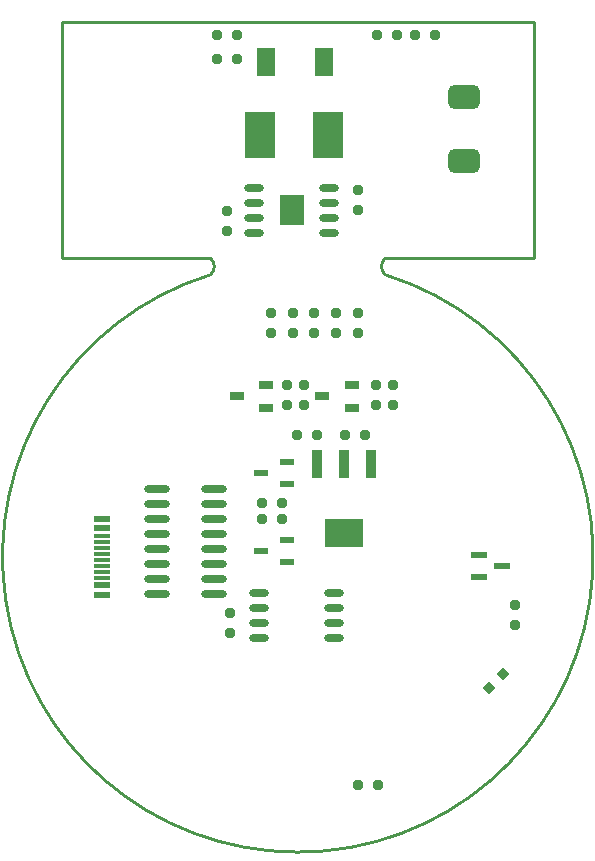
<source format=gtp>
G04*
G04 #@! TF.GenerationSoftware,Altium Limited,Altium Designer,20.0.1 (14)*
G04*
G04 Layer_Color=8421504*
%FSLAX25Y25*%
%MOIN*%
G70*
G01*
G75*
%ADD15C,0.01000*%
G04:AMPARAMS|DCode=17|XSize=31.5mil|YSize=32.01mil|CornerRadius=7.87mil|HoleSize=0mil|Usage=FLASHONLY|Rotation=0.000|XOffset=0mil|YOffset=0mil|HoleType=Round|Shape=RoundedRectangle|*
%AMROUNDEDRECTD17*
21,1,0.03150,0.01626,0,0,0.0*
21,1,0.01575,0.03201,0,0,0.0*
1,1,0.01575,0.00787,-0.00813*
1,1,0.01575,-0.00787,-0.00813*
1,1,0.01575,-0.00787,0.00813*
1,1,0.01575,0.00787,0.00813*
%
%ADD17ROUNDEDRECTD17*%
%ADD18R,0.06496X0.09449*%
%ADD19R,0.09843X0.15748*%
G04:AMPARAMS|DCode=20|XSize=31.5mil|YSize=32.01mil|CornerRadius=7.87mil|HoleSize=0mil|Usage=FLASHONLY|Rotation=225.000|XOffset=0mil|YOffset=0mil|HoleType=Round|Shape=RoundedRectangle|*
%AMROUNDEDRECTD20*
21,1,0.03150,0.01626,0,0,225.0*
21,1,0.01575,0.03201,0,0,225.0*
1,1,0.01575,-0.01132,0.00018*
1,1,0.01575,-0.00018,0.01132*
1,1,0.01575,0.01132,-0.00018*
1,1,0.01575,0.00018,-0.01132*
%
%ADD20ROUNDEDRECTD20*%
%ADD21R,0.12992X0.09449*%
%ADD22R,0.03740X0.09449*%
G04:AMPARAMS|DCode=23|XSize=31.5mil|YSize=32.01mil|CornerRadius=7.87mil|HoleSize=0mil|Usage=FLASHONLY|Rotation=90.000|XOffset=0mil|YOffset=0mil|HoleType=Round|Shape=RoundedRectangle|*
%AMROUNDEDRECTD23*
21,1,0.03150,0.01626,0,0,90.0*
21,1,0.01575,0.03201,0,0,90.0*
1,1,0.01575,0.00813,0.00787*
1,1,0.01575,0.00813,-0.00787*
1,1,0.01575,-0.00813,-0.00787*
1,1,0.01575,-0.00813,0.00787*
%
%ADD23ROUNDEDRECTD23*%
%ADD24O,0.06693X0.02362*%
%ADD25R,0.04528X0.02362*%
%ADD26R,0.05512X0.01181*%
%ADD27R,0.05512X0.02362*%
%ADD28R,0.04921X0.02756*%
%ADD29R,0.07874X0.09843*%
G04:AMPARAMS|DCode=30|XSize=106.3mil|YSize=78.74mil|CornerRadius=19.68mil|HoleSize=0mil|Usage=FLASHONLY|Rotation=180.000|XOffset=0mil|YOffset=0mil|HoleType=Round|Shape=RoundedRectangle|*
%AMROUNDEDRECTD30*
21,1,0.10630,0.03937,0,0,180.0*
21,1,0.06693,0.07874,0,0,180.0*
1,1,0.03937,-0.03347,0.01968*
1,1,0.03937,0.03347,0.01968*
1,1,0.03937,0.03347,-0.01968*
1,1,0.03937,-0.03347,-0.01968*
%
%ADD30ROUNDEDRECTD30*%
%ADD31O,0.08661X0.02362*%
%ADD32R,0.05512X0.01968*%
D15*
X29000Y99500D02*
G03*
X29016Y94051I2732J-2717D01*
G01*
X-29016D02*
G03*
X-29000Y99500I-2717J2732D01*
G01*
X-29016Y94051D02*
G03*
X29181Y94000I29016J-94051D01*
G01*
X-78742Y99500D02*
X-29000D01*
X29000D02*
X78739D01*
Y178220D01*
X78758Y178240D01*
X-78722D02*
X78758D01*
X-78742Y178220D02*
X-78722Y178240D01*
X-78742Y99500D02*
Y178220D01*
D17*
X-193Y40500D02*
D03*
X6500D02*
D03*
X22346D02*
D03*
X15654D02*
D03*
X-5153Y18000D02*
D03*
X-11846D02*
D03*
X-5153Y12500D02*
D03*
X-11846D02*
D03*
X-26846Y166000D02*
D03*
X-20154D02*
D03*
X-26846Y174000D02*
D03*
X-20154D02*
D03*
X26500D02*
D03*
X33193D02*
D03*
X39154D02*
D03*
X45846D02*
D03*
X26846Y-76000D02*
D03*
X20154D02*
D03*
D18*
X-10744Y165000D02*
D03*
X8744D02*
D03*
D19*
X-12559Y140500D02*
D03*
X10000D02*
D03*
D20*
X68366Y-39134D02*
D03*
X63634Y-43866D02*
D03*
D21*
X15500Y8083D02*
D03*
D22*
X6484Y30917D02*
D03*
X15500Y30917D02*
D03*
X24516Y30917D02*
D03*
D23*
X-22500Y-25346D02*
D03*
Y-18654D02*
D03*
X20000Y81346D02*
D03*
Y74654D02*
D03*
X12750Y81346D02*
D03*
Y74654D02*
D03*
X31561Y50580D02*
D03*
Y57273D02*
D03*
X26181Y50580D02*
D03*
Y57273D02*
D03*
X2000Y50580D02*
D03*
Y57273D02*
D03*
X-3500Y50580D02*
D03*
Y57273D02*
D03*
X-23500Y108653D02*
D03*
Y115347D02*
D03*
X20000Y115654D02*
D03*
Y122346D02*
D03*
X72500Y-22846D02*
D03*
Y-16154D02*
D03*
X-9000Y81346D02*
D03*
Y74654D02*
D03*
X-1750Y81346D02*
D03*
Y74654D02*
D03*
X5500Y81346D02*
D03*
Y74654D02*
D03*
D24*
X-13098Y-22000D02*
D03*
Y-17000D02*
D03*
Y-27000D02*
D03*
X12098Y-22000D02*
D03*
Y-12000D02*
D03*
Y-17000D02*
D03*
Y-27000D02*
D03*
X-13098Y-12000D02*
D03*
X-14697Y123000D02*
D03*
X10500Y108000D02*
D03*
Y118000D02*
D03*
Y123000D02*
D03*
Y113000D02*
D03*
X-14697Y108000D02*
D03*
Y118000D02*
D03*
Y113000D02*
D03*
D25*
X-12429Y28000D02*
D03*
X-3571Y31740D02*
D03*
Y24260D02*
D03*
X-12429Y2000D02*
D03*
X-3571Y5740D02*
D03*
Y-1740D02*
D03*
D26*
X-65313Y6890D02*
D03*
Y4921D02*
D03*
Y2953D02*
D03*
Y984D02*
D03*
Y-984D02*
D03*
Y-2953D02*
D03*
Y-4921D02*
D03*
Y-6890D02*
D03*
D27*
Y-9449D02*
D03*
Y-12598D02*
D03*
Y9449D02*
D03*
Y12598D02*
D03*
D28*
X17921Y49760D02*
D03*
Y57240D02*
D03*
X8079Y53500D02*
D03*
X-10579Y49760D02*
D03*
Y57240D02*
D03*
X-20421Y53500D02*
D03*
D29*
X-2000Y115500D02*
D03*
D30*
X55500Y153130D02*
D03*
Y131870D02*
D03*
D31*
X-46898Y22500D02*
D03*
Y17500D02*
D03*
Y12500D02*
D03*
Y7500D02*
D03*
Y2500D02*
D03*
Y-2500D02*
D03*
X-46898Y-7500D02*
D03*
X-46898Y-12500D02*
D03*
X-28000Y22500D02*
D03*
Y17500D02*
D03*
Y12500D02*
D03*
Y7500D02*
D03*
Y2500D02*
D03*
Y-2500D02*
D03*
Y-7500D02*
D03*
Y-12500D02*
D03*
D32*
X68000Y-3000D02*
D03*
X60520Y-6740D02*
D03*
Y740D02*
D03*
M02*

</source>
